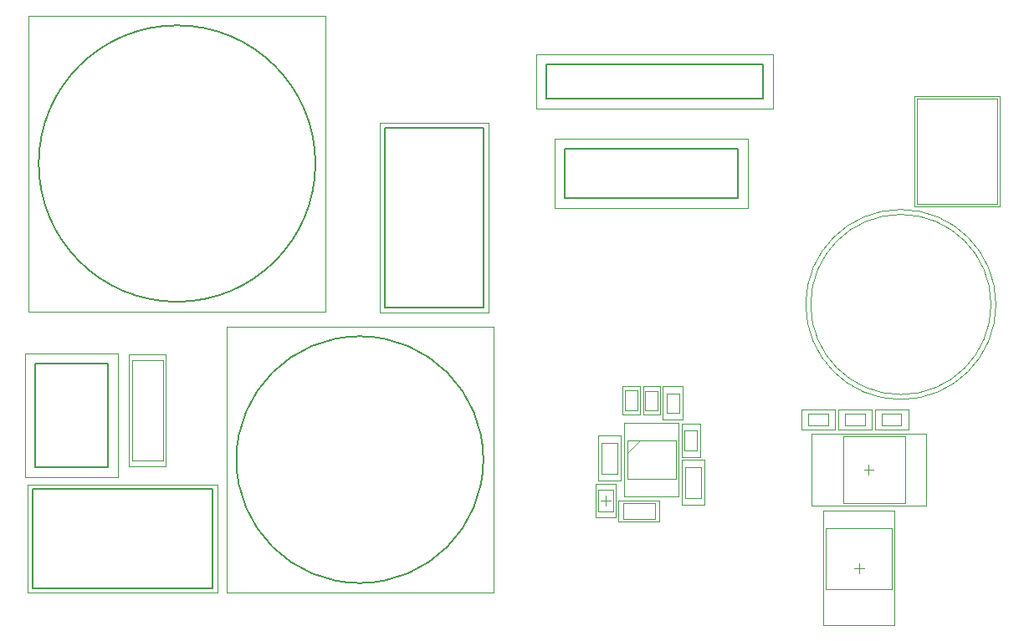
<source format=gko>
G04 Layer_Color=16711935*
%FSLAX25Y25*%
%MOIN*%
G70*
G01*
G75*
%ADD17C,0.00394*%
%ADD18C,0.00787*%
%ADD19C,0.00197*%
D17*
X588091Y325672D02*
G03*
X588091Y325672I-35925J0D01*
G01*
X544522Y282267D02*
X552396D01*
X544522Y277345D02*
Y282267D01*
Y277345D02*
X552396D01*
Y282267D01*
X529938D02*
X537812D01*
X529938Y277345D02*
Y282267D01*
Y277345D02*
X537812D01*
Y282267D01*
X515354D02*
X523228D01*
X515354Y277345D02*
Y282267D01*
Y277345D02*
X523228D01*
Y282267D01*
X441525Y240190D02*
Y246489D01*
X454123D01*
Y240190D02*
Y246489D01*
X441525Y240190D02*
X454123D01*
X466060Y267510D02*
X470981D01*
X466060D02*
Y275384D01*
X470981D01*
Y267510D02*
Y275384D01*
X463796Y282399D02*
Y290273D01*
X458875D02*
X463796D01*
X458875Y282399D02*
Y290273D01*
Y282399D02*
X463796D01*
X466158Y248497D02*
Y260899D01*
Y248497D02*
X472458D01*
Y260899D01*
X466158D02*
X472458D01*
X437433Y243208D02*
Y251869D01*
X431724Y243208D02*
Y251869D01*
Y243208D02*
X437433D01*
X431724Y251869D02*
X437433D01*
X439353Y258185D02*
Y270587D01*
X433054D02*
X439353D01*
X433054Y258185D02*
Y270587D01*
Y258185D02*
X439353D01*
X443110Y266457D02*
X448110Y271457D01*
X443110D02*
X462402D01*
Y256102D02*
Y271457D01*
X443110Y256102D02*
X462402D01*
X443110D02*
Y271457D01*
X442345Y283454D02*
X447267D01*
X442345D02*
Y291328D01*
X447267D01*
Y283454D02*
Y291328D01*
X455315Y283375D02*
Y291249D01*
X450394D02*
X455315D01*
X450394Y283375D02*
Y291249D01*
Y283375D02*
X455315D01*
X548720Y212008D02*
Y236496D01*
X522146Y212008D02*
Y236496D01*
X548720D01*
X522146Y212008D02*
X548720D01*
X529331Y246555D02*
X553819D01*
X529331Y273130D02*
X553819D01*
Y246555D02*
Y273130D01*
X529331Y246555D02*
Y273130D01*
X590551Y365748D02*
Y407717D01*
X558661D02*
X590551D01*
X558661Y365748D02*
Y407717D01*
Y365748D02*
X590551D01*
X245827Y303346D02*
X258110D01*
X245827Y263583D02*
Y303346D01*
Y263583D02*
X258110D01*
Y303346D01*
X432610Y247538D02*
X436547D01*
X434579Y245570D02*
Y249507D01*
X533465Y220472D02*
X537402D01*
X535433Y218504D02*
Y222441D01*
X414370Y364173D02*
X491142D01*
X414370D02*
Y391732D01*
X491142D01*
Y364173D02*
Y391732D01*
X539370Y257874D02*
Y261811D01*
X537402Y259843D02*
X541339D01*
X406811Y403839D02*
Y425492D01*
Y403839D02*
X501299D01*
Y425492D01*
X406811D02*
X501299D01*
X204331Y210630D02*
X279921D01*
X204331D02*
Y253937D01*
X279921D01*
Y210630D02*
Y253937D01*
X389764Y210630D02*
Y316929D01*
X283465Y210630D02*
X389764D01*
X283465D02*
Y316929D01*
X389764D01*
X387795Y322441D02*
Y398032D01*
X344488Y322441D02*
X387795D01*
X344488D02*
Y398032D01*
X387795D01*
X322835Y322835D02*
Y440945D01*
X204724D02*
X322835D01*
X204724Y322835D02*
Y440945D01*
Y322835D02*
X322835D01*
X203150Y306102D02*
X240157D01*
X203150Y256890D02*
Y306102D01*
Y256890D02*
X240157D01*
Y306102D01*
D18*
X336614Y312992D02*
G03*
X336614Y214567I0J-49213D01*
G01*
D02*
G03*
X336614Y312992I0J49213D01*
G01*
X208661Y381890D02*
G03*
X318898Y381890I55118J0D01*
G01*
D02*
G03*
X208661Y381890I-55118J0D01*
G01*
X418307Y368110D02*
X487205D01*
X418307D02*
Y387795D01*
X487205D01*
Y368110D02*
Y387795D01*
X410748Y407776D02*
Y421555D01*
Y407776D02*
X497362D01*
Y421555D01*
X410748D02*
X497362D01*
X206299Y212598D02*
X277953D01*
X206299D02*
Y251969D01*
X277953D01*
Y212598D02*
Y251969D01*
X385827Y324409D02*
Y396063D01*
X346457Y324409D02*
X385827D01*
X346457D02*
Y396063D01*
X385827D01*
X207087Y302165D02*
X236220D01*
X207087Y260827D02*
Y302165D01*
Y260827D02*
X236220D01*
Y302165D01*
D19*
X590059Y325672D02*
G03*
X590059Y325672I-37894J0D01*
G01*
X541766Y283743D02*
X555152D01*
X541766Y275869D02*
Y283743D01*
Y275869D02*
X555152D01*
Y283743D01*
X527182D02*
X540568D01*
X527182Y275869D02*
Y283743D01*
Y275869D02*
X540568D01*
Y283743D01*
X512598D02*
X525984D01*
X512598Y275869D02*
Y283743D01*
Y275869D02*
X525984D01*
Y283743D01*
X439714Y239166D02*
Y247513D01*
X455934D01*
Y239166D02*
Y247513D01*
X439714Y239166D02*
X455934D01*
X464781Y264852D02*
X472261D01*
X464781D02*
Y278041D01*
X472261D01*
Y264852D02*
Y278041D01*
X465273Y279643D02*
Y293029D01*
X457399D02*
X465273D01*
X457399Y279643D02*
Y293029D01*
Y279643D02*
X465273D01*
X464781Y245741D02*
Y263655D01*
Y245741D02*
X473836D01*
Y263655D01*
X464781D02*
X473836D01*
X438516Y240845D02*
Y254231D01*
X430642Y240845D02*
Y254231D01*
Y240845D02*
X438516D01*
X430642Y254231D02*
X438516D01*
X440731Y255429D02*
Y273343D01*
X431676D02*
X440731D01*
X431676Y255429D02*
Y273343D01*
Y255429D02*
X440731D01*
X441929Y278445D02*
X463583D01*
Y249114D02*
Y278445D01*
X441929Y249114D02*
X463583D01*
X441929D02*
Y278445D01*
X441302Y281643D02*
X448310D01*
X441302D02*
Y293139D01*
X448310D01*
Y281643D02*
Y293139D01*
X456201Y281643D02*
Y292981D01*
X449508D02*
X456201D01*
X449508Y281643D02*
Y292981D01*
Y281643D02*
X456201D01*
X549705Y197638D02*
Y243307D01*
X521161Y197638D02*
Y243307D01*
X549705D01*
X521161Y197638D02*
X549705D01*
X516535Y245571D02*
X562205D01*
X516535Y274114D02*
X562205D01*
Y245571D02*
Y274114D01*
X516535Y245571D02*
Y274114D01*
X591535Y364764D02*
Y408701D01*
X557677D02*
X591535D01*
X557677Y364764D02*
Y408701D01*
Y364764D02*
X591535D01*
X244626Y305925D02*
X259311D01*
X244626Y261004D02*
Y305925D01*
Y261004D02*
X259311D01*
Y305925D01*
M02*

</source>
